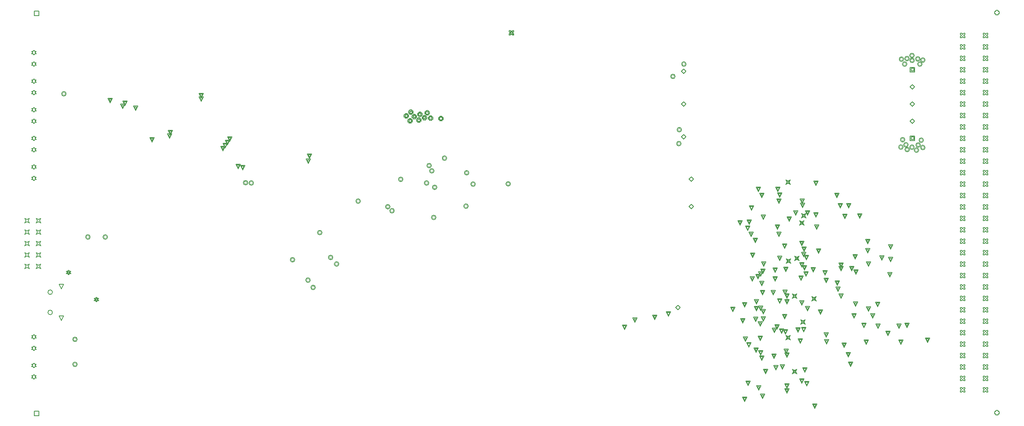
<source format=gbr>
G04 Layer_Color=2752767*
%FSLAX45Y45*%
%MOMM*%
%TF.FileFunction,Drawing*%
%TF.Part,Single*%
G01*
G75*
%TA.AperFunction,NonConductor*%
%ADD55C,0.12700*%
%ADD56C,0.10160*%
%ADD114C,0.16933*%
D55*
X10464800Y15740379D02*
Y15841980D01*
X10566400D01*
Y15740379D01*
X10464800D01*
Y24630380D02*
Y24731979D01*
X10566400D01*
Y24630380D01*
X10464800D01*
X11064280Y17856219D02*
X11013480Y17957820D01*
X11115080D01*
X11064280Y17856219D01*
Y18557220D02*
X11013480Y18658820D01*
X11115080D01*
X11064280Y18557220D01*
X10454640Y21595081D02*
X10480040Y21620480D01*
X10505440D01*
X10480040Y21645880D01*
X10505440Y21671280D01*
X10480040D01*
X10454640Y21696680D01*
X10429240Y21671280D01*
X10403840D01*
X10429240Y21645880D01*
X10403840Y21620480D01*
X10429240D01*
X10454640Y21595081D01*
Y21849080D02*
X10480040Y21874480D01*
X10505440D01*
X10480040Y21899879D01*
X10505440Y21925281D01*
X10480040D01*
X10454640Y21950681D01*
X10429240Y21925281D01*
X10403840D01*
X10429240Y21899879D01*
X10403840Y21874480D01*
X10429240D01*
X10454640Y21849080D01*
Y23500079D02*
X10480040Y23525481D01*
X10505440D01*
X10480040Y23550880D01*
X10505440Y23576280D01*
X10480040D01*
X10454640Y23601680D01*
X10429240Y23576280D01*
X10403840D01*
X10429240Y23550880D01*
X10403840Y23525481D01*
X10429240D01*
X10454640Y23500079D01*
Y23754080D02*
X10480040Y23779480D01*
X10505440D01*
X10480040Y23804880D01*
X10505440Y23830280D01*
X10480040D01*
X10454640Y23855679D01*
X10429240Y23830280D01*
X10403840D01*
X10429240Y23804880D01*
X10403840Y23779480D01*
X10429240D01*
X10454640Y23754080D01*
Y17188181D02*
X10480040Y17213580D01*
X10505440D01*
X10480040Y17238980D01*
X10505440Y17264380D01*
X10480040D01*
X10454640Y17289780D01*
X10429240Y17264380D01*
X10403840D01*
X10429240Y17238980D01*
X10403840Y17213580D01*
X10429240D01*
X10454640Y17188181D01*
Y17442180D02*
X10480040Y17467580D01*
X10505440D01*
X10480040Y17492979D01*
X10505440Y17518381D01*
X10480040D01*
X10454640Y17543781D01*
X10429240Y17518381D01*
X10403840D01*
X10429240Y17492979D01*
X10403840Y17467580D01*
X10429240D01*
X10454640Y17442180D01*
Y16553180D02*
X10480040Y16578580D01*
X10505440D01*
X10480040Y16603979D01*
X10505440Y16629379D01*
X10480040D01*
X10454640Y16654781D01*
X10429240Y16629379D01*
X10403840D01*
X10429240Y16603979D01*
X10403840Y16578580D01*
X10429240D01*
X10454640Y16553180D01*
Y16807179D02*
X10480040Y16832581D01*
X10505440D01*
X10480040Y16857980D01*
X10505440Y16883380D01*
X10480040D01*
X10454640Y16908780D01*
X10429240Y16883380D01*
X10403840D01*
X10429240Y16857980D01*
X10403840Y16832581D01*
X10429240D01*
X10454640Y16807179D01*
Y21214079D02*
X10480040Y21239481D01*
X10505440D01*
X10480040Y21264880D01*
X10505440Y21290280D01*
X10480040D01*
X10454640Y21315680D01*
X10429240Y21290280D01*
X10403840D01*
X10429240Y21264880D01*
X10403840Y21239481D01*
X10429240D01*
X10454640Y21214079D01*
Y20960080D02*
X10480040Y20985480D01*
X10505440D01*
X10480040Y21010880D01*
X10505440Y21036279D01*
X10480040D01*
X10454640Y21061681D01*
X10429240Y21036279D01*
X10403840D01*
X10429240Y21010880D01*
X10403840Y20985480D01*
X10429240D01*
X10454640Y20960080D01*
Y23119080D02*
X10480040Y23144479D01*
X10505440D01*
X10480040Y23169881D01*
X10505440Y23195280D01*
X10480040D01*
X10454640Y23220680D01*
X10429240Y23195280D01*
X10403840D01*
X10429240Y23169881D01*
X10403840Y23144479D01*
X10429240D01*
X10454640Y23119080D01*
Y22865080D02*
X10480040Y22890480D01*
X10505440D01*
X10480040Y22915880D01*
X10505440Y22941280D01*
X10480040D01*
X10454640Y22966679D01*
X10429240Y22941280D01*
X10403840D01*
X10429240Y22915880D01*
X10403840Y22890480D01*
X10429240D01*
X10454640Y22865080D01*
X10248901Y20020280D02*
X10274301Y20071080D01*
X10248901Y20121880D01*
X10299701Y20096480D01*
X10350501Y20121880D01*
X10325101Y20071080D01*
X10350501Y20020280D01*
X10299701Y20045680D01*
X10248901Y20020280D01*
X10502901D02*
X10528301Y20071080D01*
X10502901Y20121880D01*
X10553701Y20096480D01*
X10604501Y20121880D01*
X10579101Y20071080D01*
X10604501Y20020280D01*
X10553701Y20045680D01*
X10502901Y20020280D01*
Y19766280D02*
X10528301Y19817081D01*
X10502901Y19867880D01*
X10553701Y19842480D01*
X10604501Y19867880D01*
X10579101Y19817081D01*
X10604501Y19766280D01*
X10553701Y19791679D01*
X10502901Y19766280D01*
X10248901D02*
X10274301Y19817081D01*
X10248901Y19867880D01*
X10299701Y19842480D01*
X10350501Y19867880D01*
X10325101Y19817081D01*
X10350501Y19766280D01*
X10299701Y19791679D01*
X10248901Y19766280D01*
Y19512280D02*
X10274301Y19563080D01*
X10248901Y19613879D01*
X10299701Y19588480D01*
X10350501Y19613879D01*
X10325101Y19563080D01*
X10350501Y19512280D01*
X10299701Y19537680D01*
X10248901Y19512280D01*
X10502901D02*
X10528301Y19563080D01*
X10502901Y19613879D01*
X10553701Y19588480D01*
X10604501Y19613879D01*
X10579101Y19563080D01*
X10604501Y19512280D01*
X10553701Y19537680D01*
X10502901Y19512280D01*
X10248901Y19258279D02*
X10274301Y19309081D01*
X10248901Y19359880D01*
X10299701Y19334480D01*
X10350501Y19359880D01*
X10325101Y19309081D01*
X10350501Y19258279D01*
X10299701Y19283681D01*
X10248901Y19258279D01*
X10502901D02*
X10528301Y19309081D01*
X10502901Y19359880D01*
X10553701Y19334480D01*
X10604501Y19359880D01*
X10579101Y19309081D01*
X10604501Y19258279D01*
X10553701Y19283681D01*
X10502901Y19258279D01*
X10248901Y19004280D02*
X10274301Y19055080D01*
X10248901Y19105881D01*
X10299701Y19080479D01*
X10350501Y19105881D01*
X10325101Y19055080D01*
X10350501Y19004280D01*
X10299701Y19029680D01*
X10248901Y19004280D01*
X10502901D02*
X10528301Y19055080D01*
X10502901Y19105881D01*
X10553701Y19080479D01*
X10604501Y19105881D01*
X10579101Y19055080D01*
X10604501Y19004280D01*
X10553701Y19029680D01*
X10502901Y19004280D01*
X10454640Y22230080D02*
X10480040Y22255479D01*
X10505440D01*
X10480040Y22280881D01*
X10505440Y22306281D01*
X10480040D01*
X10454640Y22331680D01*
X10429240Y22306281D01*
X10403840D01*
X10429240Y22280881D01*
X10403840Y22255479D01*
X10429240D01*
X10454640Y22230080D01*
Y22484081D02*
X10480040Y22509480D01*
X10505440D01*
X10480040Y22534880D01*
X10505440Y22560280D01*
X10480040D01*
X10454640Y22585680D01*
X10429240Y22560280D01*
X10403840D01*
X10429240Y22534880D01*
X10403840Y22509480D01*
X10429240D01*
X10454640Y22484081D01*
X31826199Y15778481D02*
Y15753081D01*
X31876999D01*
Y15778481D01*
X31902399D01*
Y15829280D01*
X31876999D01*
Y15854680D01*
X31826199D01*
Y15829280D01*
X31800800D01*
Y15778481D01*
X31826199D01*
Y24668480D02*
Y24643080D01*
X31876999D01*
Y24668480D01*
X31902399D01*
Y24719279D01*
X31876999D01*
Y24744679D01*
X31826199D01*
Y24719279D01*
X31800800D01*
Y24668480D01*
X31826199D01*
X31038800Y16261079D02*
X31064200D01*
X31089600Y16286481D01*
X31114999Y16261079D01*
X31140399D01*
Y16286481D01*
X31114999Y16311880D01*
X31140399Y16337280D01*
Y16362680D01*
X31114999D01*
X31089600Y16337280D01*
X31064200Y16362680D01*
X31038800D01*
Y16337280D01*
X31064200Y16311880D01*
X31038800Y16286481D01*
Y16261079D01*
Y16515080D02*
X31064200D01*
X31089600Y16540480D01*
X31114999Y16515080D01*
X31140399D01*
Y16540480D01*
X31114999Y16565880D01*
X31140399Y16591280D01*
Y16616679D01*
X31114999D01*
X31089600Y16591280D01*
X31064200Y16616679D01*
X31038800D01*
Y16591280D01*
X31064200Y16565880D01*
X31038800Y16540480D01*
Y16515080D01*
Y16769080D02*
X31064200D01*
X31089600Y16794479D01*
X31114999Y16769080D01*
X31140399D01*
Y16794479D01*
X31114999Y16819881D01*
X31140399Y16845280D01*
Y16870680D01*
X31114999D01*
X31089600Y16845280D01*
X31064200Y16870680D01*
X31038800D01*
Y16845280D01*
X31064200Y16819881D01*
X31038800Y16794479D01*
Y16769080D01*
Y17023080D02*
X31064200D01*
X31089600Y17048480D01*
X31114999Y17023080D01*
X31140399D01*
Y17048480D01*
X31114999Y17073880D01*
X31140399Y17099280D01*
Y17124680D01*
X31114999D01*
X31089600Y17099280D01*
X31064200Y17124680D01*
X31038800D01*
Y17099280D01*
X31064200Y17073880D01*
X31038800Y17048480D01*
Y17023080D01*
Y17277080D02*
X31064200D01*
X31089600Y17302480D01*
X31114999Y17277080D01*
X31140399D01*
Y17302480D01*
X31114999Y17327879D01*
X31140399Y17353281D01*
Y17378680D01*
X31114999D01*
X31089600Y17353281D01*
X31064200Y17378680D01*
X31038800D01*
Y17353281D01*
X31064200Y17327879D01*
X31038800Y17302480D01*
Y17277080D01*
Y17531081D02*
X31064200D01*
X31089600Y17556480D01*
X31114999Y17531081D01*
X31140399D01*
Y17556480D01*
X31114999Y17581880D01*
X31140399Y17607280D01*
Y17632680D01*
X31114999D01*
X31089600Y17607280D01*
X31064200Y17632680D01*
X31038800D01*
Y17607280D01*
X31064200Y17581880D01*
X31038800Y17556480D01*
Y17531081D01*
Y17785080D02*
X31064200D01*
X31089600Y17810480D01*
X31114999Y17785080D01*
X31140399D01*
Y17810480D01*
X31114999Y17835880D01*
X31140399Y17861279D01*
Y17886681D01*
X31114999D01*
X31089600Y17861279D01*
X31064200Y17886681D01*
X31038800D01*
Y17861279D01*
X31064200Y17835880D01*
X31038800Y17810480D01*
Y17785080D01*
Y18039079D02*
X31064200D01*
X31089600Y18064481D01*
X31114999Y18039079D01*
X31140399D01*
Y18064481D01*
X31114999Y18089880D01*
X31140399Y18115280D01*
Y18140680D01*
X31114999D01*
X31089600Y18115280D01*
X31064200Y18140680D01*
X31038800D01*
Y18115280D01*
X31064200Y18089880D01*
X31038800Y18064481D01*
Y18039079D01*
Y18293080D02*
X31064200D01*
X31089600Y18318480D01*
X31114999Y18293080D01*
X31140399D01*
Y18318480D01*
X31114999Y18343880D01*
X31140399Y18369279D01*
Y18394679D01*
X31114999D01*
X31089600Y18369279D01*
X31064200Y18394679D01*
X31038800D01*
Y18369279D01*
X31064200Y18343880D01*
X31038800Y18318480D01*
Y18293080D01*
Y18547079D02*
X31064200D01*
X31089600Y18572479D01*
X31114999Y18547079D01*
X31140399D01*
Y18572479D01*
X31114999Y18597881D01*
X31140399Y18623280D01*
Y18648680D01*
X31114999D01*
X31089600Y18623280D01*
X31064200Y18648680D01*
X31038800D01*
Y18623280D01*
X31064200Y18597881D01*
X31038800Y18572479D01*
Y18547079D01*
Y18801080D02*
X31064200D01*
X31089600Y18826480D01*
X31114999Y18801080D01*
X31140399D01*
Y18826480D01*
X31114999Y18851880D01*
X31140399Y18877280D01*
Y18902679D01*
X31114999D01*
X31089600Y18877280D01*
X31064200Y18902679D01*
X31038800D01*
Y18877280D01*
X31064200Y18851880D01*
X31038800Y18826480D01*
Y18801080D01*
Y19055080D02*
X31064200D01*
X31089600Y19080479D01*
X31114999Y19055080D01*
X31140399D01*
Y19080479D01*
X31114999Y19105881D01*
X31140399Y19131281D01*
Y19156680D01*
X31114999D01*
X31089600Y19131281D01*
X31064200Y19156680D01*
X31038800D01*
Y19131281D01*
X31064200Y19105881D01*
X31038800Y19080479D01*
Y19055080D01*
Y19309081D02*
X31064200D01*
X31089600Y19334480D01*
X31114999Y19309081D01*
X31140399D01*
Y19334480D01*
X31114999Y19359880D01*
X31140399Y19385280D01*
Y19410680D01*
X31114999D01*
X31089600Y19385280D01*
X31064200Y19410680D01*
X31038800D01*
Y19385280D01*
X31064200Y19359880D01*
X31038800Y19334480D01*
Y19309081D01*
Y19563080D02*
X31064200D01*
X31089600Y19588480D01*
X31114999Y19563080D01*
X31140399D01*
Y19588480D01*
X31114999Y19613879D01*
X31140399Y19639281D01*
Y19664680D01*
X31114999D01*
X31089600Y19639281D01*
X31064200Y19664680D01*
X31038800D01*
Y19639281D01*
X31064200Y19613879D01*
X31038800Y19588480D01*
Y19563080D01*
Y19817081D02*
X31064200D01*
X31089600Y19842480D01*
X31114999Y19817081D01*
X31140399D01*
Y19842480D01*
X31114999Y19867880D01*
X31140399Y19893280D01*
Y19918680D01*
X31114999D01*
X31089600Y19893280D01*
X31064200Y19918680D01*
X31038800D01*
Y19893280D01*
X31064200Y19867880D01*
X31038800Y19842480D01*
Y19817081D01*
Y20071080D02*
X31064200D01*
X31089600Y20096480D01*
X31114999Y20071080D01*
X31140399D01*
Y20096480D01*
X31114999Y20121880D01*
X31140399Y20147279D01*
Y20172681D01*
X31114999D01*
X31089600Y20147279D01*
X31064200Y20172681D01*
X31038800D01*
Y20147279D01*
X31064200Y20121880D01*
X31038800Y20096480D01*
Y20071080D01*
Y20325079D02*
X31064200D01*
X31089600Y20350481D01*
X31114999Y20325079D01*
X31140399D01*
Y20350481D01*
X31114999Y20375880D01*
X31140399Y20401280D01*
Y20426680D01*
X31114999D01*
X31089600Y20401280D01*
X31064200Y20426680D01*
X31038800D01*
Y20401280D01*
X31064200Y20375880D01*
X31038800Y20350481D01*
Y20325079D01*
Y20579080D02*
X31064200D01*
X31089600Y20604480D01*
X31114999Y20579080D01*
X31140399D01*
Y20604480D01*
X31114999Y20629880D01*
X31140399Y20655280D01*
Y20680679D01*
X31114999D01*
X31089600Y20655280D01*
X31064200Y20680679D01*
X31038800D01*
Y20655280D01*
X31064200Y20629880D01*
X31038800Y20604480D01*
Y20579080D01*
Y20833080D02*
X31064200D01*
X31089600Y20858479D01*
X31114999Y20833080D01*
X31140399D01*
Y20858479D01*
X31114999Y20883881D01*
X31140399Y20909280D01*
Y20934680D01*
X31114999D01*
X31089600Y20909280D01*
X31064200Y20934680D01*
X31038800D01*
Y20909280D01*
X31064200Y20883881D01*
X31038800Y20858479D01*
Y20833080D01*
Y21087080D02*
X31064200D01*
X31089600Y21112480D01*
X31114999Y21087080D01*
X31140399D01*
Y21112480D01*
X31114999Y21137880D01*
X31140399Y21163280D01*
Y21188680D01*
X31114999D01*
X31089600Y21163280D01*
X31064200Y21188680D01*
X31038800D01*
Y21163280D01*
X31064200Y21137880D01*
X31038800Y21112480D01*
Y21087080D01*
Y21341080D02*
X31064200D01*
X31089600Y21366479D01*
X31114999Y21341080D01*
X31140399D01*
Y21366479D01*
X31114999Y21391879D01*
X31140399Y21417281D01*
Y21442680D01*
X31114999D01*
X31089600Y21417281D01*
X31064200Y21442680D01*
X31038800D01*
Y21417281D01*
X31064200Y21391879D01*
X31038800Y21366479D01*
Y21341080D01*
Y21595081D02*
X31064200D01*
X31089600Y21620480D01*
X31114999Y21595081D01*
X31140399D01*
Y21620480D01*
X31114999Y21645880D01*
X31140399Y21671280D01*
Y21696680D01*
X31114999D01*
X31089600Y21671280D01*
X31064200Y21696680D01*
X31038800D01*
Y21671280D01*
X31064200Y21645880D01*
X31038800Y21620480D01*
Y21595081D01*
Y21849080D02*
X31064200D01*
X31089600Y21874480D01*
X31114999Y21849080D01*
X31140399D01*
Y21874480D01*
X31114999Y21899879D01*
X31140399Y21925281D01*
Y21950681D01*
X31114999D01*
X31089600Y21925281D01*
X31064200Y21950681D01*
X31038800D01*
Y21925281D01*
X31064200Y21899879D01*
X31038800Y21874480D01*
Y21849080D01*
Y22103081D02*
X31064200D01*
X31089600Y22128481D01*
X31114999Y22103081D01*
X31140399D01*
Y22128481D01*
X31114999Y22153880D01*
X31140399Y22179280D01*
Y22204680D01*
X31114999D01*
X31089600Y22179280D01*
X31064200Y22204680D01*
X31038800D01*
Y22179280D01*
X31064200Y22153880D01*
X31038800Y22128481D01*
Y22103081D01*
Y22357080D02*
X31064200D01*
X31089600Y22382480D01*
X31114999Y22357080D01*
X31140399D01*
Y22382480D01*
X31114999Y22407880D01*
X31140399Y22433279D01*
Y22458681D01*
X31114999D01*
X31089600Y22433279D01*
X31064200Y22458681D01*
X31038800D01*
Y22433279D01*
X31064200Y22407880D01*
X31038800Y22382480D01*
Y22357080D01*
Y22611079D02*
X31064200D01*
X31089600Y22636481D01*
X31114999Y22611079D01*
X31140399D01*
Y22636481D01*
X31114999Y22661880D01*
X31140399Y22687280D01*
Y22712680D01*
X31114999D01*
X31089600Y22687280D01*
X31064200Y22712680D01*
X31038800D01*
Y22687280D01*
X31064200Y22661880D01*
X31038800Y22636481D01*
Y22611079D01*
Y22865080D02*
X31064200D01*
X31089600Y22890480D01*
X31114999Y22865080D01*
X31140399D01*
Y22890480D01*
X31114999Y22915880D01*
X31140399Y22941280D01*
Y22966679D01*
X31114999D01*
X31089600Y22941280D01*
X31064200Y22966679D01*
X31038800D01*
Y22941280D01*
X31064200Y22915880D01*
X31038800Y22890480D01*
Y22865080D01*
Y23119080D02*
X31064200D01*
X31089600Y23144479D01*
X31114999Y23119080D01*
X31140399D01*
Y23144479D01*
X31114999Y23169881D01*
X31140399Y23195280D01*
Y23220680D01*
X31114999D01*
X31089600Y23195280D01*
X31064200Y23220680D01*
X31038800D01*
Y23195280D01*
X31064200Y23169881D01*
X31038800Y23144479D01*
Y23119080D01*
Y23373080D02*
X31064200D01*
X31089600Y23398480D01*
X31114999Y23373080D01*
X31140399D01*
Y23398480D01*
X31114999Y23423880D01*
X31140399Y23449280D01*
Y23474680D01*
X31114999D01*
X31089600Y23449280D01*
X31064200Y23474680D01*
X31038800D01*
Y23449280D01*
X31064200Y23423880D01*
X31038800Y23398480D01*
Y23373080D01*
Y23627080D02*
X31064200D01*
X31089600Y23652480D01*
X31114999Y23627080D01*
X31140399D01*
Y23652480D01*
X31114999Y23677879D01*
X31140399Y23703281D01*
Y23728680D01*
X31114999D01*
X31089600Y23703281D01*
X31064200Y23728680D01*
X31038800D01*
Y23703281D01*
X31064200Y23677879D01*
X31038800Y23652480D01*
Y23627080D01*
Y23881081D02*
X31064200D01*
X31089600Y23906480D01*
X31114999Y23881081D01*
X31140399D01*
Y23906480D01*
X31114999Y23931880D01*
X31140399Y23957280D01*
Y23982680D01*
X31114999D01*
X31089600Y23957280D01*
X31064200Y23982680D01*
X31038800D01*
Y23957280D01*
X31064200Y23931880D01*
X31038800Y23906480D01*
Y23881081D01*
Y24135080D02*
X31064200D01*
X31089600Y24160480D01*
X31114999Y24135080D01*
X31140399D01*
Y24160480D01*
X31114999Y24185880D01*
X31140399Y24211279D01*
Y24236681D01*
X31114999D01*
X31089600Y24211279D01*
X31064200Y24236681D01*
X31038800D01*
Y24211279D01*
X31064200Y24185880D01*
X31038800Y24160480D01*
Y24135080D01*
X31546799Y16261079D02*
X31572198D01*
X31597601Y16286481D01*
X31623001Y16261079D01*
X31648401D01*
Y16286481D01*
X31623001Y16311880D01*
X31648401Y16337280D01*
Y16362680D01*
X31623001D01*
X31597601Y16337280D01*
X31572198Y16362680D01*
X31546799D01*
Y16337280D01*
X31572198Y16311880D01*
X31546799Y16286481D01*
Y16261079D01*
Y16515080D02*
X31572198D01*
X31597601Y16540480D01*
X31623001Y16515080D01*
X31648401D01*
Y16540480D01*
X31623001Y16565880D01*
X31648401Y16591280D01*
Y16616679D01*
X31623001D01*
X31597601Y16591280D01*
X31572198Y16616679D01*
X31546799D01*
Y16591280D01*
X31572198Y16565880D01*
X31546799Y16540480D01*
Y16515080D01*
Y16769080D02*
X31572198D01*
X31597601Y16794479D01*
X31623001Y16769080D01*
X31648401D01*
Y16794479D01*
X31623001Y16819881D01*
X31648401Y16845280D01*
Y16870680D01*
X31623001D01*
X31597601Y16845280D01*
X31572198Y16870680D01*
X31546799D01*
Y16845280D01*
X31572198Y16819881D01*
X31546799Y16794479D01*
Y16769080D01*
Y17023080D02*
X31572198D01*
X31597601Y17048480D01*
X31623001Y17023080D01*
X31648401D01*
Y17048480D01*
X31623001Y17073880D01*
X31648401Y17099280D01*
Y17124680D01*
X31623001D01*
X31597601Y17099280D01*
X31572198Y17124680D01*
X31546799D01*
Y17099280D01*
X31572198Y17073880D01*
X31546799Y17048480D01*
Y17023080D01*
Y17277080D02*
X31572198D01*
X31597601Y17302480D01*
X31623001Y17277080D01*
X31648401D01*
Y17302480D01*
X31623001Y17327879D01*
X31648401Y17353281D01*
Y17378680D01*
X31623001D01*
X31597601Y17353281D01*
X31572198Y17378680D01*
X31546799D01*
Y17353281D01*
X31572198Y17327879D01*
X31546799Y17302480D01*
Y17277080D01*
Y17531081D02*
X31572198D01*
X31597601Y17556480D01*
X31623001Y17531081D01*
X31648401D01*
Y17556480D01*
X31623001Y17581880D01*
X31648401Y17607280D01*
Y17632680D01*
X31623001D01*
X31597601Y17607280D01*
X31572198Y17632680D01*
X31546799D01*
Y17607280D01*
X31572198Y17581880D01*
X31546799Y17556480D01*
Y17531081D01*
Y17785080D02*
X31572198D01*
X31597601Y17810480D01*
X31623001Y17785080D01*
X31648401D01*
Y17810480D01*
X31623001Y17835880D01*
X31648401Y17861279D01*
Y17886681D01*
X31623001D01*
X31597601Y17861279D01*
X31572198Y17886681D01*
X31546799D01*
Y17861279D01*
X31572198Y17835880D01*
X31546799Y17810480D01*
Y17785080D01*
Y18039079D02*
X31572198D01*
X31597601Y18064481D01*
X31623001Y18039079D01*
X31648401D01*
Y18064481D01*
X31623001Y18089880D01*
X31648401Y18115280D01*
Y18140680D01*
X31623001D01*
X31597601Y18115280D01*
X31572198Y18140680D01*
X31546799D01*
Y18115280D01*
X31572198Y18089880D01*
X31546799Y18064481D01*
Y18039079D01*
Y18293080D02*
X31572198D01*
X31597601Y18318480D01*
X31623001Y18293080D01*
X31648401D01*
Y18318480D01*
X31623001Y18343880D01*
X31648401Y18369279D01*
Y18394679D01*
X31623001D01*
X31597601Y18369279D01*
X31572198Y18394679D01*
X31546799D01*
Y18369279D01*
X31572198Y18343880D01*
X31546799Y18318480D01*
Y18293080D01*
Y18547079D02*
X31572198D01*
X31597601Y18572479D01*
X31623001Y18547079D01*
X31648401D01*
Y18572479D01*
X31623001Y18597881D01*
X31648401Y18623280D01*
Y18648680D01*
X31623001D01*
X31597601Y18623280D01*
X31572198Y18648680D01*
X31546799D01*
Y18623280D01*
X31572198Y18597881D01*
X31546799Y18572479D01*
Y18547079D01*
Y18801080D02*
X31572198D01*
X31597601Y18826480D01*
X31623001Y18801080D01*
X31648401D01*
Y18826480D01*
X31623001Y18851880D01*
X31648401Y18877280D01*
Y18902679D01*
X31623001D01*
X31597601Y18877280D01*
X31572198Y18902679D01*
X31546799D01*
Y18877280D01*
X31572198Y18851880D01*
X31546799Y18826480D01*
Y18801080D01*
Y19055080D02*
X31572198D01*
X31597601Y19080479D01*
X31623001Y19055080D01*
X31648401D01*
Y19080479D01*
X31623001Y19105881D01*
X31648401Y19131281D01*
Y19156680D01*
X31623001D01*
X31597601Y19131281D01*
X31572198Y19156680D01*
X31546799D01*
Y19131281D01*
X31572198Y19105881D01*
X31546799Y19080479D01*
Y19055080D01*
Y19309081D02*
X31572198D01*
X31597601Y19334480D01*
X31623001Y19309081D01*
X31648401D01*
Y19334480D01*
X31623001Y19359880D01*
X31648401Y19385280D01*
Y19410680D01*
X31623001D01*
X31597601Y19385280D01*
X31572198Y19410680D01*
X31546799D01*
Y19385280D01*
X31572198Y19359880D01*
X31546799Y19334480D01*
Y19309081D01*
Y19563080D02*
X31572198D01*
X31597601Y19588480D01*
X31623001Y19563080D01*
X31648401D01*
Y19588480D01*
X31623001Y19613879D01*
X31648401Y19639281D01*
Y19664680D01*
X31623001D01*
X31597601Y19639281D01*
X31572198Y19664680D01*
X31546799D01*
Y19639281D01*
X31572198Y19613879D01*
X31546799Y19588480D01*
Y19563080D01*
Y19817081D02*
X31572198D01*
X31597601Y19842480D01*
X31623001Y19817081D01*
X31648401D01*
Y19842480D01*
X31623001Y19867880D01*
X31648401Y19893280D01*
Y19918680D01*
X31623001D01*
X31597601Y19893280D01*
X31572198Y19918680D01*
X31546799D01*
Y19893280D01*
X31572198Y19867880D01*
X31546799Y19842480D01*
Y19817081D01*
Y20071080D02*
X31572198D01*
X31597601Y20096480D01*
X31623001Y20071080D01*
X31648401D01*
Y20096480D01*
X31623001Y20121880D01*
X31648401Y20147279D01*
Y20172681D01*
X31623001D01*
X31597601Y20147279D01*
X31572198Y20172681D01*
X31546799D01*
Y20147279D01*
X31572198Y20121880D01*
X31546799Y20096480D01*
Y20071080D01*
Y20325079D02*
X31572198D01*
X31597601Y20350481D01*
X31623001Y20325079D01*
X31648401D01*
Y20350481D01*
X31623001Y20375880D01*
X31648401Y20401280D01*
Y20426680D01*
X31623001D01*
X31597601Y20401280D01*
X31572198Y20426680D01*
X31546799D01*
Y20401280D01*
X31572198Y20375880D01*
X31546799Y20350481D01*
Y20325079D01*
Y20579080D02*
X31572198D01*
X31597601Y20604480D01*
X31623001Y20579080D01*
X31648401D01*
Y20604480D01*
X31623001Y20629880D01*
X31648401Y20655280D01*
Y20680679D01*
X31623001D01*
X31597601Y20655280D01*
X31572198Y20680679D01*
X31546799D01*
Y20655280D01*
X31572198Y20629880D01*
X31546799Y20604480D01*
Y20579080D01*
Y20833080D02*
X31572198D01*
X31597601Y20858479D01*
X31623001Y20833080D01*
X31648401D01*
Y20858479D01*
X31623001Y20883881D01*
X31648401Y20909280D01*
Y20934680D01*
X31623001D01*
X31597601Y20909280D01*
X31572198Y20934680D01*
X31546799D01*
Y20909280D01*
X31572198Y20883881D01*
X31546799Y20858479D01*
Y20833080D01*
Y21087080D02*
X31572198D01*
X31597601Y21112480D01*
X31623001Y21087080D01*
X31648401D01*
Y21112480D01*
X31623001Y21137880D01*
X31648401Y21163280D01*
Y21188680D01*
X31623001D01*
X31597601Y21163280D01*
X31572198Y21188680D01*
X31546799D01*
Y21163280D01*
X31572198Y21137880D01*
X31546799Y21112480D01*
Y21087080D01*
Y21341080D02*
X31572198D01*
X31597601Y21366479D01*
X31623001Y21341080D01*
X31648401D01*
Y21366479D01*
X31623001Y21391879D01*
X31648401Y21417281D01*
Y21442680D01*
X31623001D01*
X31597601Y21417281D01*
X31572198Y21442680D01*
X31546799D01*
Y21417281D01*
X31572198Y21391879D01*
X31546799Y21366479D01*
Y21341080D01*
Y21595081D02*
X31572198D01*
X31597601Y21620480D01*
X31623001Y21595081D01*
X31648401D01*
Y21620480D01*
X31623001Y21645880D01*
X31648401Y21671280D01*
Y21696680D01*
X31623001D01*
X31597601Y21671280D01*
X31572198Y21696680D01*
X31546799D01*
Y21671280D01*
X31572198Y21645880D01*
X31546799Y21620480D01*
Y21595081D01*
Y21849080D02*
X31572198D01*
X31597601Y21874480D01*
X31623001Y21849080D01*
X31648401D01*
Y21874480D01*
X31623001Y21899879D01*
X31648401Y21925281D01*
Y21950681D01*
X31623001D01*
X31597601Y21925281D01*
X31572198Y21950681D01*
X31546799D01*
Y21925281D01*
X31572198Y21899879D01*
X31546799Y21874480D01*
Y21849080D01*
Y22103081D02*
X31572198D01*
X31597601Y22128481D01*
X31623001Y22103081D01*
X31648401D01*
Y22128481D01*
X31623001Y22153880D01*
X31648401Y22179280D01*
Y22204680D01*
X31623001D01*
X31597601Y22179280D01*
X31572198Y22204680D01*
X31546799D01*
Y22179280D01*
X31572198Y22153880D01*
X31546799Y22128481D01*
Y22103081D01*
Y22357080D02*
X31572198D01*
X31597601Y22382480D01*
X31623001Y22357080D01*
X31648401D01*
Y22382480D01*
X31623001Y22407880D01*
X31648401Y22433279D01*
Y22458681D01*
X31623001D01*
X31597601Y22433279D01*
X31572198Y22458681D01*
X31546799D01*
Y22433279D01*
X31572198Y22407880D01*
X31546799Y22382480D01*
Y22357080D01*
Y22611079D02*
X31572198D01*
X31597601Y22636481D01*
X31623001Y22611079D01*
X31648401D01*
Y22636481D01*
X31623001Y22661880D01*
X31648401Y22687280D01*
Y22712680D01*
X31623001D01*
X31597601Y22687280D01*
X31572198Y22712680D01*
X31546799D01*
Y22687280D01*
X31572198Y22661880D01*
X31546799Y22636481D01*
Y22611079D01*
Y22865080D02*
X31572198D01*
X31597601Y22890480D01*
X31623001Y22865080D01*
X31648401D01*
Y22890480D01*
X31623001Y22915880D01*
X31648401Y22941280D01*
Y22966679D01*
X31623001D01*
X31597601Y22941280D01*
X31572198Y22966679D01*
X31546799D01*
Y22941280D01*
X31572198Y22915880D01*
X31546799Y22890480D01*
Y22865080D01*
Y23119080D02*
X31572198D01*
X31597601Y23144479D01*
X31623001Y23119080D01*
X31648401D01*
Y23144479D01*
X31623001Y23169881D01*
X31648401Y23195280D01*
Y23220680D01*
X31623001D01*
X31597601Y23195280D01*
X31572198Y23220680D01*
X31546799D01*
Y23195280D01*
X31572198Y23169881D01*
X31546799Y23144479D01*
Y23119080D01*
Y23373080D02*
X31572198D01*
X31597601Y23398480D01*
X31623001Y23373080D01*
X31648401D01*
Y23398480D01*
X31623001Y23423880D01*
X31648401Y23449280D01*
Y23474680D01*
X31623001D01*
X31597601Y23449280D01*
X31572198Y23474680D01*
X31546799D01*
Y23449280D01*
X31572198Y23423880D01*
X31546799Y23398480D01*
Y23373080D01*
Y23627080D02*
X31572198D01*
X31597601Y23652480D01*
X31623001Y23627080D01*
X31648401D01*
Y23652480D01*
X31623001Y23677879D01*
X31648401Y23703281D01*
Y23728680D01*
X31623001D01*
X31597601Y23703281D01*
X31572198Y23728680D01*
X31546799D01*
Y23703281D01*
X31572198Y23677879D01*
X31546799Y23652480D01*
Y23627080D01*
Y23881081D02*
X31572198D01*
X31597601Y23906480D01*
X31623001Y23881081D01*
X31648401D01*
Y23906480D01*
X31623001Y23931880D01*
X31648401Y23957280D01*
Y23982680D01*
X31623001D01*
X31597601Y23957280D01*
X31572198Y23982680D01*
X31546799D01*
Y23957280D01*
X31572198Y23931880D01*
X31546799Y23906480D01*
Y23881081D01*
Y24135080D02*
X31572198D01*
X31597601Y24160480D01*
X31623001Y24135080D01*
X31648401D01*
Y24160480D01*
X31623001Y24185880D01*
X31648401Y24211279D01*
Y24236681D01*
X31623001D01*
X31597601Y24211279D01*
X31572198Y24236681D01*
X31546799D01*
Y24211279D01*
X31572198Y24185880D01*
X31546799Y24160480D01*
Y24135080D01*
X24841200Y21934419D02*
X24892000Y21985220D01*
X24942799Y21934419D01*
X24892000Y21883620D01*
X24841200Y21934419D01*
Y23394420D02*
X24892000Y23445219D01*
X24942799Y23394420D01*
X24892000Y23343620D01*
X24841200Y23394420D01*
Y22664420D02*
X24892000Y22715221D01*
X24942799Y22664420D01*
X24892000Y22613620D01*
X24841200Y22664420D01*
X29921201Y21853619D02*
Y21955220D01*
X30022800D01*
Y21853619D01*
X29921201D01*
X29941519Y21873940D02*
Y21934900D01*
X30002481D01*
Y21873940D01*
X29941519D01*
X29921201Y22285420D02*
X29972000Y22336220D01*
X30022800Y22285420D01*
X29972000Y22234621D01*
X29921201Y22285420D01*
Y22666420D02*
X29972000Y22717220D01*
X30022800Y22666420D01*
X29972000Y22615620D01*
X29921201Y22666420D01*
Y23047420D02*
X29972000Y23098219D01*
X30022800Y23047420D01*
X29972000Y22996620D01*
X29921201Y23047420D01*
Y23377620D02*
Y23479221D01*
X30022800D01*
Y23377620D01*
X29921201D01*
X29941519Y23397940D02*
Y23458900D01*
X30002481D01*
Y23397940D01*
X29941519D01*
X26205179Y17797780D02*
X26154379Y17899380D01*
X26255981D01*
X26205179Y17797780D01*
Y17818100D02*
X26174701Y17879060D01*
X26235660D01*
X26205179Y17818100D01*
X24709120Y18143221D02*
X24759920Y18194020D01*
X24810719Y18143221D01*
X24759920Y18092419D01*
X24709120Y18143221D01*
X25979120Y18049240D02*
X25928320Y18150841D01*
X26029919D01*
X25979120Y18049240D01*
Y18069560D02*
X25948639Y18130521D01*
X26009601D01*
X25979120Y18069560D01*
X12151360Y22692360D02*
X12100560Y22793961D01*
X12202160D01*
X12151360Y22692360D01*
Y22712680D02*
X12120880Y22773640D01*
X12181840D01*
X12151360Y22712680D01*
X12428220Y22560280D02*
X12377420Y22661880D01*
X12479020D01*
X12428220Y22560280D01*
Y22580600D02*
X12397740Y22641560D01*
X12458700D01*
X12428220Y22580600D01*
X12481560Y22628860D02*
X12430760Y22730460D01*
X12532360D01*
X12481560Y22628860D01*
Y22649181D02*
X12451080Y22710139D01*
X12512040D01*
X12481560Y22649181D01*
X12712700Y22517101D02*
X12661900Y22618700D01*
X12763500D01*
X12712700Y22517101D01*
Y22537421D02*
X12682220Y22598380D01*
X12743180D01*
X12712700Y22537421D01*
X14805000Y21836380D02*
X14754201Y21937981D01*
X14855800D01*
X14805000Y21836380D01*
Y21856700D02*
X14774519Y21917661D01*
X14835480D01*
X14805000Y21856700D01*
X14755013Y21760181D02*
X14704211Y21861780D01*
X14805812D01*
X14755013Y21760181D01*
Y21780499D02*
X14724532Y21841460D01*
X14785492D01*
X14755013Y21780499D01*
X14705000Y21689059D02*
X14654201Y21790660D01*
X14755800D01*
X14705000Y21689059D01*
Y21709380D02*
X14674519Y21770340D01*
X14735480D01*
X14705000Y21709380D01*
X26344879Y19989799D02*
X26294080Y20091400D01*
X26395679D01*
X26344879Y19989799D01*
Y20010120D02*
X26314401Y20071080D01*
X26375360D01*
X26344879Y20010120D01*
X26139139Y19972020D02*
X26088339Y20073621D01*
X26189941D01*
X26139139Y19972020D01*
Y19992340D02*
X26108661Y20053300D01*
X26169620D01*
X26139139Y19992340D01*
X25011380Y20383501D02*
X25062180Y20434300D01*
X25112981Y20383501D01*
X25062180Y20332700D01*
X25011380Y20383501D01*
X26240741Y18153380D02*
X26189941Y18254980D01*
X26291541D01*
X26240741Y18153380D01*
Y18173700D02*
X26210260Y18234660D01*
X26271219D01*
X26240741Y18173700D01*
X16551947Y21341080D02*
X16501147Y21442680D01*
X16602747D01*
X16551947Y21341080D01*
Y21361400D02*
X16521468Y21422360D01*
X16582426D01*
X16551947Y21361400D01*
X11846580Y18265160D02*
X11871980Y18290559D01*
X11897380D01*
X11871980Y18315961D01*
X11897380Y18341360D01*
X11871980D01*
X11846580Y18366760D01*
X11821180Y18341360D01*
X11795780D01*
X11821180Y18315961D01*
X11795780Y18290559D01*
X11821180D01*
X11846580Y18265160D01*
Y18285480D02*
X11861820Y18300720D01*
X11877060D01*
X11861820Y18315961D01*
X11877060Y18331200D01*
X11861820D01*
X11846580Y18346440D01*
X11831340Y18331200D01*
X11816100D01*
X11831340Y18315961D01*
X11816100Y18300720D01*
X11831340D01*
X11846580Y18285480D01*
X29202380Y18158459D02*
X29151581Y18260060D01*
X29253180D01*
X29202380Y18158459D01*
Y18178780D02*
X29171899Y18239740D01*
X29232861D01*
X29202380Y18178780D01*
X29474161Y18816319D02*
X29423361Y18917920D01*
X29524960D01*
X29474161Y18816319D01*
Y18836639D02*
X29443680Y18897600D01*
X29504639D01*
X29474161Y18836639D01*
X28976321Y19349719D02*
X28925519Y19451320D01*
X29027121D01*
X28976321Y19349719D01*
Y19370039D02*
X28945840Y19431000D01*
X29006799D01*
X28976321Y19370039D01*
X27889200Y19347180D02*
X27838400Y19448779D01*
X27939999D01*
X27889200Y19347180D01*
Y19367500D02*
X27858719Y19428461D01*
X27919681D01*
X27889200Y19367500D01*
X28696921Y19220180D02*
X28646121Y19321780D01*
X28747720D01*
X28696921Y19220180D01*
Y19240500D02*
X28666440Y19301460D01*
X28727399D01*
X28696921Y19240500D01*
X27561539Y19390359D02*
X27510739Y19491960D01*
X27612341D01*
X27561539Y19390359D01*
Y19410680D02*
X27531061Y19471640D01*
X27592020D01*
X27561539Y19410680D01*
X27157681Y20876260D02*
X27183081Y20927060D01*
X27157681Y20977859D01*
X27208481Y20952460D01*
X27259280Y20977859D01*
X27233881Y20927060D01*
X27259280Y20876260D01*
X27208481Y20901660D01*
X27157681Y20876260D01*
X27178000Y20896581D02*
X27193240Y20927060D01*
X27178000Y20957539D01*
X27208481Y20942300D01*
X27238959Y20957539D01*
X27223721Y20927060D01*
X27238959Y20896581D01*
X27208481Y20911819D01*
X27178000Y20896581D01*
X25008839Y20993100D02*
X25059641Y21043900D01*
X25110440Y20993100D01*
X25059641Y20942300D01*
X25008839Y20993100D01*
X27459940Y19966940D02*
X27485339Y20017740D01*
X27459940Y20068539D01*
X27510739Y20043140D01*
X27561539Y20068539D01*
X27536139Y20017740D01*
X27561539Y19966940D01*
X27510739Y19992340D01*
X27459940Y19966940D01*
X27480261Y19987260D02*
X27495499Y20017740D01*
X27480261Y20048219D01*
X27510739Y20032980D01*
X27541220Y20048219D01*
X27525980Y20017740D01*
X27541220Y19987260D01*
X27510739Y20002499D01*
X27480261Y19987260D01*
X27508200Y20129500D02*
X27533600Y20180299D01*
X27508200Y20231100D01*
X27559000Y20205701D01*
X27609799Y20231100D01*
X27584399Y20180299D01*
X27609799Y20129500D01*
X27559000Y20154900D01*
X27508200Y20129500D01*
X27528519Y20149820D02*
X27543759Y20180299D01*
X27528519Y20210780D01*
X27559000Y20195540D01*
X27589481Y20210780D01*
X27574240Y20180299D01*
X27589481Y20149820D01*
X27559000Y20165060D01*
X27528519Y20149820D01*
X27642819Y20192999D02*
X27592020Y20294600D01*
X27693619D01*
X27642819Y20192999D01*
Y20213319D02*
X27612341Y20274280D01*
X27673300D01*
X27642819Y20213319D01*
X28559760Y20353020D02*
X28508960Y20454620D01*
X28610559D01*
X28559760Y20353020D01*
Y20373340D02*
X28529279Y20434300D01*
X28590240D01*
X28559760Y20373340D01*
X27350720Y19187160D02*
X27376120Y19237959D01*
X27350720Y19288760D01*
X27401520Y19263361D01*
X27452319Y19288760D01*
X27426920Y19237959D01*
X27452319Y19187160D01*
X27401520Y19212560D01*
X27350720Y19187160D01*
X27371039Y19207480D02*
X27386279Y19237959D01*
X27371039Y19268440D01*
X27401520Y19253200D01*
X27432001Y19268440D01*
X27416760Y19237959D01*
X27432001Y19207480D01*
X27401520Y19222720D01*
X27371039Y19207480D01*
X27132281Y19453860D02*
X27081479Y19555460D01*
X27183081D01*
X27132281Y19453860D01*
Y19474181D02*
X27101801Y19535139D01*
X27162759D01*
X27132281Y19474181D01*
X27731720Y18285460D02*
X27757120Y18336259D01*
X27731720Y18387061D01*
X27782520Y18361659D01*
X27833319Y18387061D01*
X27807919Y18336259D01*
X27833319Y18285460D01*
X27782520Y18310860D01*
X27731720Y18285460D01*
X27752039Y18305780D02*
X27767279Y18336259D01*
X27752039Y18366740D01*
X27782520Y18351500D01*
X27813000Y18366740D01*
X27797760Y18336259D01*
X27813000Y18305780D01*
X27782520Y18321021D01*
X27752039Y18305780D01*
X27487881Y17769839D02*
X27513281Y17820641D01*
X27487881Y17871440D01*
X27538681Y17846040D01*
X27589481Y17871440D01*
X27564081Y17820641D01*
X27589481Y17769839D01*
X27538681Y17795239D01*
X27487881Y17769839D01*
X27508200Y17790160D02*
X27523441Y17820641D01*
X27508200Y17851120D01*
X27538681Y17835880D01*
X27569159Y17851120D01*
X27553922Y17820641D01*
X27569159Y17790160D01*
X27538681Y17805400D01*
X27508200Y17790160D01*
X27170380Y19123660D02*
X27195779Y19174460D01*
X27170380Y19225259D01*
X27221179Y19199860D01*
X27271979Y19225259D01*
X27246579Y19174460D01*
X27271979Y19123660D01*
X27221179Y19149060D01*
X27170380Y19123660D01*
X27190701Y19143980D02*
X27205939Y19174460D01*
X27190701Y19204939D01*
X27221179Y19189700D01*
X27251660Y19204939D01*
X27236420Y19174460D01*
X27251660Y19143980D01*
X27221179Y19159219D01*
X27190701Y19143980D01*
X27302460Y18343880D02*
X27327859Y18394679D01*
X27302460Y18445480D01*
X27353259Y18420081D01*
X27404059Y18445480D01*
X27378659Y18394679D01*
X27404059Y18343880D01*
X27353259Y18369279D01*
X27302460Y18343880D01*
X27322781Y18364200D02*
X27338019Y18394679D01*
X27322781Y18425160D01*
X27353259Y18409920D01*
X27383740Y18425160D01*
X27368500Y18394679D01*
X27383740Y18364200D01*
X27353259Y18379440D01*
X27322781Y18364200D01*
X27162759Y17421860D02*
X27188159Y17472659D01*
X27162759Y17523460D01*
X27213559Y17498061D01*
X27264359Y17523460D01*
X27238959Y17472659D01*
X27264359Y17421860D01*
X27213559Y17447260D01*
X27162759Y17421860D01*
X27183081Y17442180D02*
X27198318Y17472659D01*
X27183081Y17503140D01*
X27213559Y17487900D01*
X27244040Y17503140D01*
X27228799Y17472659D01*
X27244040Y17442180D01*
X27213559Y17457420D01*
X27183081Y17442180D01*
X27304999Y16664940D02*
X27330399Y16715739D01*
X27304999Y16766541D01*
X27355801Y16741141D01*
X27406601Y16766541D01*
X27381201Y16715739D01*
X27406601Y16664940D01*
X27355801Y16690340D01*
X27304999Y16664940D01*
X27325320Y16685260D02*
X27340561Y16715739D01*
X27325320Y16746220D01*
X27355801Y16730980D01*
X27386279Y16746220D01*
X27371039Y16715739D01*
X27386279Y16685260D01*
X27355801Y16700500D01*
X27325320Y16685260D01*
X26504901Y18067020D02*
X26454099Y18168620D01*
X26555701D01*
X26504901Y18067020D01*
Y18087340D02*
X26474420Y18148300D01*
X26535379D01*
X26504901Y18087340D01*
X26662381Y17995900D02*
X26611581Y18097501D01*
X26713181D01*
X26662381Y17995900D01*
Y18016220D02*
X26631900Y18077180D01*
X26692859D01*
X26662381Y18016220D01*
X26311859Y19852640D02*
X26261060Y19954240D01*
X26362659D01*
X26311859Y19852640D01*
Y19872960D02*
X26281381Y19933920D01*
X26342340D01*
X26311859Y19872960D01*
X26484579Y19583400D02*
X26433780Y19685001D01*
X26535379D01*
X26484579Y19583400D01*
Y19603720D02*
X26454099Y19664680D01*
X26515060D01*
X26484579Y19603720D01*
X26553159Y20716240D02*
X26502359Y20817841D01*
X26603961D01*
X26553159Y20716240D01*
Y20736560D02*
X26522681Y20797520D01*
X26583640D01*
X26553159Y20736560D01*
X26626819Y20584160D02*
X26576019Y20685760D01*
X26677621D01*
X26626819Y20584160D01*
Y20604480D02*
X26596341Y20665440D01*
X26657300D01*
X26626819Y20604480D01*
X26664920Y19052541D02*
X26614120Y19154140D01*
X26715720D01*
X26664920Y19052541D01*
Y19072861D02*
X26634439Y19133820D01*
X26695401D01*
X26664920Y19072861D01*
X29486859Y19154140D02*
X29436060Y19255740D01*
X29537659D01*
X29486859Y19154140D01*
Y19174460D02*
X29456381Y19235420D01*
X29517340D01*
X29486859Y19174460D01*
X28387039Y18343880D02*
X28336240Y18445480D01*
X28437839D01*
X28387039Y18343880D01*
Y18364200D02*
X28356561Y18425160D01*
X28417520D01*
X28387039Y18364200D01*
X27515820Y18191479D02*
X27465021Y18293080D01*
X27566620D01*
X27515820Y18191479D01*
Y18211800D02*
X27485339Y18272760D01*
X27546301D01*
X27515820Y18211800D01*
X26878281Y18420081D02*
X26827481Y18521680D01*
X26929080D01*
X26878281Y18420081D01*
Y18440401D02*
X26847800Y18501360D01*
X26908759D01*
X26878281Y18440401D01*
X26642059Y18425160D02*
X26591260Y18526759D01*
X26692859D01*
X26642059Y18425160D01*
Y18445480D02*
X26611581Y18506441D01*
X26672540D01*
X26642059Y18445480D01*
X28676599Y17904460D02*
X28625800Y18006059D01*
X28727399D01*
X28676599Y17904460D01*
Y17924780D02*
X28646121Y17985741D01*
X28707080D01*
X28676599Y17924780D01*
X28389581Y19034760D02*
X28338779Y19136360D01*
X28440381D01*
X28389581Y19034760D01*
Y19055080D02*
X28359100Y19116040D01*
X28420059D01*
X28389581Y19055080D01*
Y18956020D02*
X28338779Y19057620D01*
X28440381D01*
X28389581Y18956020D01*
Y18976340D02*
X28359100Y19037300D01*
X28420059D01*
X28389581Y18976340D01*
X28303220Y18635980D02*
X28252420Y18737579D01*
X28354019D01*
X28303220Y18635980D01*
Y18656300D02*
X28272739Y18717261D01*
X28333701D01*
X28303220Y18656300D01*
X28320999Y18493739D02*
X28270200Y18595340D01*
X28371799D01*
X28320999Y18493739D01*
Y18514059D02*
X28290521Y18575020D01*
X28351480D01*
X28320999Y18514059D01*
X27513281Y19517360D02*
X27462479Y19618961D01*
X27564081D01*
X27513281Y19517360D01*
Y19537680D02*
X27482800Y19598640D01*
X27543759D01*
X27513281Y19537680D01*
X27020520Y19182080D02*
X26969720Y19283681D01*
X27071320D01*
X27020520Y19182080D01*
Y19202400D02*
X26990039Y19263361D01*
X27051001D01*
X27020520Y19202400D01*
X27553922Y19265900D02*
X27503119Y19367500D01*
X27604721D01*
X27553922Y19265900D01*
Y19286220D02*
X27523441Y19347180D01*
X27584399D01*
X27553922Y19286220D01*
X26923999Y18920461D02*
X26873199Y19022060D01*
X26974799D01*
X26923999Y18920461D01*
Y18940781D02*
X26893521Y19001740D01*
X26954480D01*
X26923999Y18940781D01*
X27023059Y18234660D02*
X26972260Y18336259D01*
X27073859D01*
X27023059Y18234660D01*
Y18254980D02*
X26992581Y18315939D01*
X27053540D01*
X27023059Y18254980D01*
X27188574Y18221960D02*
X27137775Y18323560D01*
X27239374D01*
X27188574Y18221960D01*
Y18242281D02*
X27158093Y18303239D01*
X27219055D01*
X27188574Y18242281D01*
X27188159Y18348959D02*
X27137360Y18450560D01*
X27238959D01*
X27188159Y18348959D01*
Y18369279D02*
X27157681Y18430240D01*
X27218640D01*
X27188159Y18369279D01*
X28059381Y18694400D02*
X28008578Y18796001D01*
X28110181D01*
X28059381Y18694400D01*
Y18714720D02*
X28028900Y18775681D01*
X28089859D01*
X28059381Y18714720D01*
X28369260Y20353020D02*
X28318460Y20454620D01*
X28420059D01*
X28369260Y20353020D01*
Y20373340D02*
X28338779Y20434300D01*
X28399741D01*
X28369260Y20373340D01*
X27063699Y17566640D02*
X27012900Y17668240D01*
X27114499D01*
X27063699Y17566640D01*
Y17586960D02*
X27033221Y17647920D01*
X27094180D01*
X27063699Y17586960D01*
X27142441Y18427699D02*
X27091641Y18529300D01*
X27193240D01*
X27142441Y18427699D01*
Y18448019D02*
X27111960Y18508980D01*
X27172919D01*
X27142441Y18448019D01*
X28625800Y18956020D02*
X28575000Y19057620D01*
X28676599D01*
X28625800Y18956020D01*
Y18976340D02*
X28595319Y19037300D01*
X28656281D01*
X28625800Y18976340D01*
X27533600Y20358099D02*
X27482800Y20459700D01*
X27584399D01*
X27533600Y20358099D01*
Y20378419D02*
X27503119Y20439380D01*
X27564081D01*
X27533600Y20378419D01*
X27525980Y20452080D02*
X27475180Y20553680D01*
X27576779D01*
X27525980Y20452080D01*
Y20472400D02*
X27495499Y20533360D01*
X27556461D01*
X27525980Y20472400D01*
X27376120Y20187920D02*
X27325320Y20289520D01*
X27426920D01*
X27376120Y20187920D01*
Y20208240D02*
X27345639Y20269200D01*
X27406601D01*
X27376120Y20208240D01*
X26659839Y20093941D02*
X26609039Y20195540D01*
X26710641D01*
X26659839Y20093941D01*
Y20114259D02*
X26629361Y20175220D01*
X26690320D01*
X26659839Y20114259D01*
X28981400Y19558000D02*
X28930600Y19659599D01*
X29032199D01*
X28981400Y19558000D01*
Y19578320D02*
X28950919Y19639281D01*
X29011880D01*
X28981400Y19578320D01*
X29489401Y19436079D02*
X29438599Y19537680D01*
X29540201D01*
X29489401Y19436079D01*
Y19456400D02*
X29458920Y19517360D01*
X29519879D01*
X29489401Y19456400D01*
X27233881Y20058380D02*
X27183081Y20159979D01*
X27284680D01*
X27233881Y20058380D01*
Y20078700D02*
X27203400Y20139661D01*
X27264359D01*
X27233881Y20078700D01*
X26601419Y18834100D02*
X26550620Y18935699D01*
X26652219D01*
X26601419Y18834100D01*
Y18854420D02*
X26570941Y18915379D01*
X26631900D01*
X26601419Y18854420D01*
X26649680Y18897600D02*
X26598880Y18999200D01*
X26700479D01*
X26649680Y18897600D01*
Y18917920D02*
X26619199Y18978880D01*
X26680161D01*
X26649680Y18917920D01*
X26893521Y17010381D02*
X26842719Y17111980D01*
X26944321D01*
X26893521Y17010381D01*
Y17030701D02*
X26863040Y17091660D01*
X26923999D01*
X26893521Y17030701D01*
X26974799Y19880580D02*
X26923999Y19982179D01*
X27025601D01*
X26974799Y19880580D01*
Y19900900D02*
X26944321Y19961861D01*
X27005280D01*
X26974799Y19900900D01*
X26555701Y16301720D02*
X26504901Y16403320D01*
X26606500D01*
X26555701Y16301720D01*
Y16322040D02*
X26525220Y16383000D01*
X26586179D01*
X26555701Y16322040D01*
X26499820Y17145000D02*
X26449020Y17246600D01*
X26550620D01*
X26499820Y17145000D01*
Y17165320D02*
X26469339Y17226280D01*
X26530301D01*
X26499820Y17165320D01*
X27800299Y15900400D02*
X27749500Y16002000D01*
X27851099D01*
X27800299Y15900400D01*
Y15920720D02*
X27769821Y15981680D01*
X27830780D01*
X27800299Y15920720D01*
X27005280Y19712939D02*
X26954480Y19814540D01*
X27056079D01*
X27005280Y19712939D01*
Y19733260D02*
X26974799Y19794220D01*
X27035760D01*
X27005280Y19733260D01*
X28290521Y20581619D02*
X28239719Y20683220D01*
X28341321D01*
X28290521Y20581619D01*
Y20601939D02*
X28260040Y20662900D01*
X28320999D01*
X28290521Y20601939D01*
X29428439Y17518381D02*
X29377640Y17619980D01*
X29479239D01*
X29428439Y17518381D01*
Y17538699D02*
X29397961Y17599660D01*
X29458920D01*
X29428439Y17538699D01*
X28948380Y17320261D02*
X28897580Y17421860D01*
X28999179D01*
X28948380Y17320261D01*
Y17340581D02*
X28917899Y17401540D01*
X28978860D01*
X28948380Y17340581D01*
X28595319Y16832581D02*
X28544519Y16934180D01*
X28646121D01*
X28595319Y16832581D01*
Y16852901D02*
X28564841Y16913860D01*
X28625800D01*
X28595319Y16852901D01*
X28544519Y17043401D02*
X28493719Y17145000D01*
X28595319D01*
X28544519Y17043401D01*
Y17063721D02*
X28514041Y17124680D01*
X28575000D01*
X28544519Y17063721D01*
X28895041Y17693640D02*
X28844241Y17795239D01*
X28945840D01*
X28895041Y17693640D01*
Y17713960D02*
X28864560Y17774921D01*
X28925519D01*
X28895041Y17713960D01*
X27482800Y17345660D02*
X27432001Y17447260D01*
X27533600D01*
X27482800Y17345660D01*
Y17365981D02*
X27452319Y17426939D01*
X27513281D01*
X27482800Y17365981D01*
X28064459Y17327879D02*
X28013660Y17429480D01*
X28115259D01*
X28064459Y17327879D01*
Y17348199D02*
X28033981Y17409160D01*
X28094940D01*
X28064459Y17348199D01*
X29850079Y17696181D02*
X29799280Y17797780D01*
X29900879D01*
X29850079Y17696181D01*
Y17716499D02*
X29819601Y17777460D01*
X29880560D01*
X29850079Y17716499D01*
X29712921Y17320261D02*
X29662119Y17421860D01*
X29763721D01*
X29712921Y17320261D01*
Y17340581D02*
X29682440Y17401540D01*
X29743399D01*
X29712921Y17340581D01*
X30307281Y17365981D02*
X30256479Y17467580D01*
X30358081D01*
X30307281Y17365981D01*
Y17386301D02*
X30276801Y17447260D01*
X30337759D01*
X30307281Y17386301D01*
X28996640Y19055080D02*
X28945840Y19156680D01*
X29047440D01*
X28996640Y19055080D01*
Y19075400D02*
X28966159Y19136360D01*
X29027121D01*
X28996640Y19075400D01*
X29293820Y19189700D02*
X29243021Y19291299D01*
X29344620D01*
X29293820Y19189700D01*
Y19210020D02*
X29263339Y19270979D01*
X29324301D01*
X29293820Y19210020D01*
X28719781Y18879820D02*
X28668979Y18981419D01*
X28770581D01*
X28719781Y18879820D01*
Y18900140D02*
X28689301Y18961099D01*
X28750259D01*
X28719781Y18900140D01*
X27518359Y19039841D02*
X27467560Y19141440D01*
X27569159D01*
X27518359Y19039841D01*
Y19060159D02*
X27487881Y19121120D01*
X27548840D01*
X27518359Y19060159D01*
X27556461Y17599660D02*
X27505661Y17701260D01*
X27607260D01*
X27556461Y17599660D01*
Y17619980D02*
X27525980Y17680940D01*
X27586938D01*
X27556461Y17619980D01*
X29207458Y17673320D02*
X29156659Y17774921D01*
X29258261D01*
X29207458Y17673320D01*
Y17693640D02*
X29176981Y17754601D01*
X29237939D01*
X29207458Y17693640D01*
X29672281Y17673320D02*
X29621481Y17774921D01*
X29723080D01*
X29672281Y17673320D01*
Y17693640D02*
X29641800Y17754601D01*
X29702759D01*
X29672281Y17693640D01*
X28709619Y18166080D02*
X28658820Y18267680D01*
X28760419D01*
X28709619Y18166080D01*
Y18186400D02*
X28679141Y18247360D01*
X28740100D01*
X28709619Y18186400D01*
X28994101Y18055350D02*
X28943301Y18156950D01*
X29044901D01*
X28994101Y18055350D01*
Y18075670D02*
X28963620Y18136630D01*
X29024579D01*
X28994101Y18075670D01*
X29090619Y17901920D02*
X29039819Y18003520D01*
X29141422D01*
X29090619Y17901920D01*
Y17922240D02*
X29060141Y17983200D01*
X29121100D01*
X29090619Y17922240D01*
X27609799Y18836639D02*
X27559000Y18938240D01*
X27660599D01*
X27609799Y18836639D01*
Y18856960D02*
X27579321Y18917920D01*
X27640280D01*
X27609799Y18856960D01*
X27571701Y18973801D02*
X27520901Y19075400D01*
X27622501D01*
X27571701Y18973801D01*
Y18994119D02*
X27541220Y19055080D01*
X27602179D01*
X27571701Y18994119D01*
X27515820Y16456660D02*
X27465021Y16558260D01*
X27566620D01*
X27515820Y16456660D01*
Y16476981D02*
X27485339Y16537939D01*
X27546301D01*
X27515820Y16476981D01*
X28059381Y17477740D02*
X28008578Y17579340D01*
X28110181D01*
X28059381Y17477740D01*
Y17498061D02*
X28028900Y17559019D01*
X28089859D01*
X28059381Y17498061D01*
X27640280Y18061940D02*
X27589481Y18163541D01*
X27691080D01*
X27640280Y18061940D01*
Y18082260D02*
X27609799Y18143221D01*
X27670761D01*
X27640280Y18082260D01*
X27625040Y16398241D02*
X27574240Y16499840D01*
X27675839D01*
X27625040Y16398241D01*
Y16418559D02*
X27594559Y16479520D01*
X27655521D01*
X27625040Y16418559D01*
X27767279Y18933160D02*
X27716479Y19034760D01*
X27818079D01*
X27767279Y18933160D01*
Y18953481D02*
X27736801Y19014439D01*
X27797760D01*
X27767279Y18953481D01*
X28455621Y17254221D02*
X28404819Y17355820D01*
X28506421D01*
X28455621Y17254221D01*
Y17274541D02*
X28425140Y17335500D01*
X28486099D01*
X28455621Y17274541D01*
X27927301Y17993359D02*
X27876501Y18094960D01*
X27978101D01*
X27927301Y17993359D01*
Y18013680D02*
X27896820Y18074640D01*
X27957779D01*
X27927301Y18013680D01*
X26939240Y16751300D02*
X26888440Y16852901D01*
X26990039D01*
X26939240Y16751300D01*
Y16771620D02*
X26908759Y16832581D01*
X26969720D01*
X26939240Y16771620D01*
X27086560Y16769080D02*
X27035760Y16870680D01*
X27137360D01*
X27086560Y16769080D01*
Y16789400D02*
X27056079Y16850360D01*
X27117041D01*
X27086560Y16789400D01*
X26591260Y17406619D02*
X26540460Y17508220D01*
X26642059D01*
X26591260Y17406619D01*
Y17426939D02*
X26560779Y17487900D01*
X26621741D01*
X26591260Y17426939D01*
X26588721Y17724120D02*
X26537921Y17825720D01*
X26639520D01*
X26588721Y17724120D01*
Y17744440D02*
X26558240Y17805400D01*
X26619199D01*
X26588721Y17744440D01*
X27129739Y17891760D02*
X27078940Y17993359D01*
X27180539D01*
X27129739Y17891760D01*
Y17912080D02*
X27099261Y17973039D01*
X27160220D01*
X27129739Y17912080D01*
X27180539Y16347440D02*
X27129739Y16449040D01*
X27231339D01*
X27180539Y16347440D01*
Y16367760D02*
X27150061Y16428720D01*
X27211020D01*
X27180539Y16367760D01*
Y16238220D02*
X27129739Y16339819D01*
X27231339D01*
X27180539Y16238220D01*
Y16258540D02*
X27150061Y16319501D01*
X27211020D01*
X27180539Y16258540D01*
X27185620Y17035780D02*
X27134821Y17137379D01*
X27236420D01*
X27185620Y17035780D01*
Y17056100D02*
X27155139Y17117059D01*
X27216101D01*
X27185620Y17056100D01*
X27170380Y17114520D02*
X27119580Y17216119D01*
X27221179D01*
X27170380Y17114520D01*
Y17134840D02*
X27139899Y17195799D01*
X27200861D01*
X27170380Y17134840D01*
X26962100Y17660620D02*
X26911301Y17762219D01*
X27012900D01*
X26962100Y17660620D01*
Y17680940D02*
X26931619Y17741901D01*
X26992581D01*
X26962100Y17680940D01*
X26903680Y17581880D02*
X26852881Y17683479D01*
X26954480D01*
X26903680Y17581880D01*
Y17602200D02*
X26873199Y17663161D01*
X26934161D01*
X26903680Y17602200D01*
X26504901Y18216879D02*
X26454099Y18318480D01*
X26555701D01*
X26504901Y18216879D01*
Y18237199D02*
X26474420Y18298160D01*
X26535379D01*
X26504901Y18237199D01*
X26337259Y17261839D02*
X26286459Y17363440D01*
X26388062D01*
X26337259Y17261839D01*
Y17282159D02*
X26306781Y17343120D01*
X26367740D01*
X26337259Y17282159D01*
X14988541Y21224240D02*
X14937740Y21325841D01*
X15039340D01*
X14988541Y21224240D01*
Y21244560D02*
X14958060Y21305521D01*
X15019020D01*
X14988541Y21244560D01*
X15092680Y21198840D02*
X15041879Y21300439D01*
X15143480D01*
X15092680Y21198840D01*
Y21219160D02*
X15062199Y21280119D01*
X15123160D01*
X15092680Y21219160D01*
X13075920Y21818600D02*
X13025121Y21920200D01*
X13126720D01*
X13075920Y21818600D01*
Y21838921D02*
X13045441Y21899879D01*
X13106400D01*
X13075920Y21838921D01*
X13487399Y21978619D02*
X13436600Y22080220D01*
X13538200D01*
X13487399Y21978619D01*
Y21998940D02*
X13456920Y22059900D01*
X13517880D01*
X13487399Y21998940D01*
X13472160Y21897340D02*
X13421359Y21998940D01*
X13522960D01*
X13472160Y21897340D01*
Y21917661D02*
X13441679Y21978619D01*
X13502640D01*
X13472160Y21917661D01*
X16578580Y21455380D02*
X16527780Y21556979D01*
X16629379D01*
X16578580Y21455380D01*
Y21475700D02*
X16548100Y21536659D01*
X16609061D01*
X16578580Y21475700D01*
X14170660Y22720300D02*
X14119859Y22821899D01*
X14221460D01*
X14170660Y22720300D01*
Y22740620D02*
X14140179Y22801579D01*
X14201140D01*
X14170660Y22740620D01*
X14172032Y22800412D02*
X14121233Y22902013D01*
X14222832D01*
X14172032Y22800412D01*
Y22820732D02*
X14141553Y22881693D01*
X14202512D01*
X14172032Y22820732D01*
X19240500Y22326601D02*
Y22301199D01*
X19291299D01*
Y22326601D01*
X19316701D01*
Y22377400D01*
X19291299D01*
Y22402800D01*
X19240500D01*
Y22377400D01*
X19215100D01*
Y22326601D01*
X19240500D01*
X19250661Y22336760D02*
Y22321519D01*
X19281140D01*
Y22336760D01*
X19296381D01*
Y22367239D01*
X19281140D01*
Y22382480D01*
X19250661D01*
Y22367239D01*
X19235420D01*
Y22336760D01*
X19250661D01*
X18788380Y22265640D02*
Y22240240D01*
X18839180D01*
Y22265640D01*
X18864580D01*
Y22316440D01*
X18839180D01*
Y22341840D01*
X18788380D01*
Y22316440D01*
X18762981D01*
Y22265640D01*
X18788380D01*
X18798540Y22275800D02*
Y22260561D01*
X18829021D01*
Y22275800D01*
X18844260D01*
Y22306281D01*
X18829021D01*
Y22321519D01*
X18798540D01*
Y22306281D01*
X18783299D01*
Y22275800D01*
X18798540D01*
X19001740Y22410420D02*
Y22385020D01*
X19052541D01*
Y22410420D01*
X19077940D01*
Y22461220D01*
X19052541D01*
Y22486620D01*
X19001740D01*
Y22461220D01*
X18976340D01*
Y22410420D01*
X19001740D01*
X19011900Y22420580D02*
Y22405341D01*
X19042380D01*
Y22420580D01*
X19057620D01*
Y22451060D01*
X19042380D01*
Y22466299D01*
X19011900D01*
Y22451060D01*
X18996660D01*
Y22420580D01*
X19011900D01*
X18704559Y22374860D02*
Y22349460D01*
X18755360D01*
Y22374860D01*
X18780760D01*
Y22425661D01*
X18755360D01*
Y22451060D01*
X18704559D01*
Y22425661D01*
X18679160D01*
Y22374860D01*
X18704559D01*
X18714720Y22385020D02*
Y22369780D01*
X18745200D01*
Y22385020D01*
X18760440D01*
Y22415500D01*
X18745200D01*
Y22430740D01*
X18714720D01*
Y22415500D01*
X18699480D01*
Y22385020D01*
X18714720D01*
X19164301Y22440900D02*
Y22415500D01*
X19215100D01*
Y22440900D01*
X19240500D01*
Y22491701D01*
X19215100D01*
Y22517101D01*
X19164301D01*
Y22491701D01*
X19138901D01*
Y22440900D01*
X19164301D01*
X19174460Y22451060D02*
Y22435820D01*
X19204939D01*
Y22451060D01*
X19220180D01*
Y22481540D01*
X19204939D01*
Y22496780D01*
X19174460D01*
Y22481540D01*
X19159219D01*
Y22451060D01*
X19174460D01*
X18806160Y22456140D02*
Y22430740D01*
X18856960D01*
Y22456140D01*
X18882359D01*
Y22506940D01*
X18856960D01*
Y22532339D01*
X18806160D01*
Y22506940D01*
X18780760D01*
Y22456140D01*
X18806160D01*
X18816319Y22466299D02*
Y22451060D01*
X18846800D01*
Y22466299D01*
X18862041D01*
Y22496780D01*
X18846800D01*
Y22512019D01*
X18816319D01*
Y22496780D01*
X18801080D01*
Y22466299D01*
X18816319D01*
X19471640Y22316440D02*
Y22291040D01*
X19522440D01*
Y22316440D01*
X19547839D01*
Y22367239D01*
X19522440D01*
Y22392641D01*
X19471640D01*
Y22367239D01*
X19446240D01*
Y22316440D01*
X19471640D01*
X19481799Y22326601D02*
Y22311360D01*
X19512280D01*
Y22326601D01*
X19527521D01*
Y22357080D01*
X19512280D01*
Y22372321D01*
X19481799D01*
Y22357080D01*
X19466560D01*
Y22326601D01*
X19481799D01*
X18882359Y22362160D02*
Y22336760D01*
X18933160D01*
Y22362160D01*
X18958560D01*
Y22412959D01*
X18933160D01*
Y22438361D01*
X18882359D01*
Y22412959D01*
X18856960D01*
Y22362160D01*
X18882359D01*
X18892520Y22372321D02*
Y22357080D01*
X18923000D01*
Y22372321D01*
X18938240D01*
Y22402800D01*
X18923000D01*
Y22418040D01*
X18892520D01*
Y22402800D01*
X18877280D01*
Y22372321D01*
X18892520D01*
X19103340Y22336760D02*
Y22311360D01*
X19154140D01*
Y22336760D01*
X19179539D01*
Y22387560D01*
X19154140D01*
Y22412959D01*
X19103340D01*
Y22387560D01*
X19077940D01*
Y22336760D01*
X19103340D01*
X19113499Y22346919D02*
Y22331680D01*
X19143980D01*
Y22346919D01*
X19159219D01*
Y22377400D01*
X19143980D01*
Y22392641D01*
X19113499D01*
Y22377400D01*
X19098260D01*
Y22346919D01*
X19113499D01*
X18981419Y22278340D02*
Y22252940D01*
X19032220D01*
Y22278340D01*
X19057620D01*
Y22329140D01*
X19032220D01*
Y22354539D01*
X18981419D01*
Y22329140D01*
X18956020D01*
Y22278340D01*
X18981419D01*
X18991580Y22288499D02*
Y22273260D01*
X19022060D01*
Y22288499D01*
X19037300D01*
Y22318980D01*
X19022060D01*
Y22334219D01*
X18991580D01*
Y22318980D01*
X18976340D01*
Y22288499D01*
X18991580D01*
X11221720Y18867120D02*
X11247120Y18892520D01*
X11272520D01*
X11247120Y18917920D01*
X11272520Y18943320D01*
X11247120D01*
X11221720Y18968719D01*
X11196320Y18943320D01*
X11170920D01*
X11196320Y18917920D01*
X11170920Y18892520D01*
X11196320D01*
X11221720Y18867120D01*
Y18887440D02*
X11236960Y18902679D01*
X11252200D01*
X11236960Y18917920D01*
X11252200Y18933160D01*
X11236960D01*
X11221720Y18948399D01*
X11206480Y18933160D01*
X11191240D01*
X11206480Y18917920D01*
X11191240Y18902679D01*
X11206480D01*
X11221720Y18887440D01*
X27829922Y20851321D02*
X27779123Y20952921D01*
X27880722D01*
X27829922Y20851321D01*
Y20871642D02*
X27799442Y20932600D01*
X27860403D01*
X27829922Y20871642D01*
X27005280Y20457159D02*
X26954480Y20558760D01*
X27056079D01*
X27005280Y20457159D01*
Y20477480D02*
X26974799Y20538440D01*
X27035760D01*
X27005280Y20477480D01*
X27023059Y20591780D02*
X26972260Y20693381D01*
X27073859D01*
X27023059Y20591780D01*
Y20612100D02*
X26992581Y20673061D01*
X27053540D01*
X27023059Y20612100D01*
X26984961Y20716240D02*
X26934161Y20817841D01*
X27035760D01*
X26984961Y20716240D01*
Y20736560D02*
X26954480Y20797520D01*
X27015439D01*
X26984961Y20736560D01*
X27848560Y19875500D02*
X27797760Y19977100D01*
X27899359D01*
X27848560Y19875500D01*
Y19895821D02*
X27818079Y19956779D01*
X27879041D01*
X27848560Y19895821D01*
X27619958Y19199860D02*
X27569159Y19301460D01*
X27670761D01*
X27619958Y19199860D01*
Y19220180D02*
X27589481Y19281140D01*
X27650439D01*
X27619958Y19220180D01*
X27579321Y16703040D02*
X27528519Y16804640D01*
X27630121D01*
X27579321Y16703040D01*
Y16723360D02*
X27548840Y16784320D01*
X27609799D01*
X27579321Y16723360D01*
X26644601Y16114354D02*
X26593799Y16215955D01*
X26695401D01*
X26644601Y16114354D01*
Y16134674D02*
X26614120Y16195634D01*
X26675079D01*
X26644601Y16134674D01*
X26624280Y16964661D02*
X26573480Y17066260D01*
X26675079D01*
X26624280Y16964661D01*
Y16984979D02*
X26593799Y17045940D01*
X26654761D01*
X26624280Y16984979D01*
X26659839Y17835880D02*
X26609039Y17937480D01*
X26710641D01*
X26659839Y17835880D01*
Y17856200D02*
X26629361Y17917160D01*
X26690320D01*
X26659839Y17856200D01*
X27432001Y17594580D02*
X27381201Y17696181D01*
X27482800D01*
X27432001Y17594580D01*
Y17614900D02*
X27401520Y17675861D01*
X27462479D01*
X27432001Y17614900D01*
X26603961Y18072099D02*
X26553159Y18173700D01*
X26654761D01*
X26603961Y18072099D01*
Y18092419D02*
X26573480Y18153380D01*
X26634439D01*
X26603961Y18092419D01*
X26921460Y18727420D02*
X26870660Y18829021D01*
X26972260D01*
X26921460Y18727420D01*
Y18747740D02*
X26890979Y18808701D01*
X26951941D01*
X26921460Y18747740D01*
X28470859Y20116800D02*
X28420059Y20218401D01*
X28521661D01*
X28470859Y20116800D01*
Y20137120D02*
X28440381Y20198080D01*
X28501340D01*
X28470859Y20137120D01*
X28798520Y20126961D02*
X28747720Y20228560D01*
X28849319D01*
X28798520Y20126961D01*
Y20147279D02*
X28768039Y20208240D01*
X28829001D01*
X28798520Y20147279D01*
X28029510Y18862138D02*
X27978708Y18963739D01*
X28080310D01*
X28029510Y18862138D01*
Y18882458D02*
X27999030Y18943419D01*
X28059988D01*
X28029510Y18882458D01*
X27495499Y18742661D02*
X27444699Y18844260D01*
X27546301D01*
X27495499Y18742661D01*
Y18762981D02*
X27465021Y18823940D01*
X27525980D01*
X27495499Y18762981D01*
X27162076Y18938925D02*
X27111276Y19040524D01*
X27212875D01*
X27162076Y18938925D01*
Y18959245D02*
X27131595Y19020206D01*
X27192554D01*
X27162076Y18959245D01*
X26624280Y18623280D02*
X26573480Y18724879D01*
X26675079D01*
X26624280Y18623280D01*
Y18643600D02*
X26593799Y18704559D01*
X26654761D01*
X26624280Y18643600D01*
X27829184Y20147942D02*
X27778384Y20249541D01*
X27879984D01*
X27829184Y20147942D01*
Y20168262D02*
X27798703Y20229221D01*
X27859665D01*
X27829184Y20168262D01*
X26385519Y19715480D02*
X26334720Y19817081D01*
X26436319D01*
X26385519Y19715480D01*
Y19735800D02*
X26355042Y19796761D01*
X26416000D01*
X26385519Y19735800D01*
X21015961Y24193500D02*
X21041360D01*
X21066760Y24218900D01*
X21092160Y24193500D01*
X21117560D01*
Y24218900D01*
X21092160Y24244299D01*
X21117560Y24269701D01*
Y24295100D01*
X21092160D01*
X21066760Y24269701D01*
X21041360Y24295100D01*
X21015961D01*
Y24269701D01*
X21041360Y24244299D01*
X21015961Y24218900D01*
Y24193500D01*
X21036279Y24213820D02*
X21051520D01*
X21066760Y24229060D01*
X21082001Y24213820D01*
X21097240D01*
Y24229060D01*
X21082001Y24244299D01*
X21097240Y24259540D01*
Y24274780D01*
X21082001D01*
X21066760Y24259540D01*
X21051520Y24274780D01*
X21036279D01*
Y24259540D01*
X21051520Y24244299D01*
X21036279Y24229060D01*
Y24213820D01*
X26397534Y20300365D02*
X26346735Y20401965D01*
X26448334D01*
X26397534Y20300365D01*
Y20320685D02*
X26367056Y20381645D01*
X26428015D01*
X26397534Y20320685D01*
X26418539Y19252606D02*
X26367740Y19354205D01*
X26469339D01*
X26418539Y19252606D01*
Y19272926D02*
X26388062Y19333887D01*
X26449020D01*
X26418539Y19272926D01*
X26317117Y16406100D02*
X26266318Y16507700D01*
X26367917D01*
X26317117Y16406100D01*
Y16426421D02*
X26286636Y16487379D01*
X26347598D01*
X26317117Y16426421D01*
X26258521Y17386301D02*
X26207721Y17487900D01*
X26309320D01*
X26258521Y17386301D01*
Y17406619D02*
X26228040Y17467580D01*
X26289001D01*
X26258521Y17406619D01*
X27152600Y17548860D02*
X27101801Y17650459D01*
X27203400D01*
X27152600Y17548860D01*
Y17569180D02*
X27122119Y17630141D01*
X27183081D01*
X27152600Y17569180D01*
X26537921Y18780760D02*
X26487119Y18882359D01*
X26588721D01*
X26537921Y18780760D01*
Y18801080D02*
X26507440Y18862041D01*
X26568399D01*
X26537921Y18801080D01*
X26416000Y18724879D02*
X26365201Y18826480D01*
X26466800D01*
X26416000Y18724879D01*
Y18745200D02*
X26385519Y18806160D01*
X26446481D01*
X26416000Y18745200D01*
X26245358Y16053658D02*
X26194559Y16155258D01*
X26296158D01*
X26245358Y16053658D01*
Y16073978D02*
X26214880Y16134938D01*
X26275839D01*
X26245358Y16073978D01*
X26708099Y16670020D02*
X26657300Y16771620D01*
X26758899D01*
X26708099Y16670020D01*
Y16690340D02*
X26677621Y16751300D01*
X26738580D01*
X26708099Y16690340D01*
X23576280Y17650459D02*
X23525481Y17752060D01*
X23627080D01*
X23576280Y17650459D01*
Y17670779D02*
X23545799Y17731740D01*
X23606760D01*
X23576280Y17670779D01*
X23809959Y17807941D02*
X23759160Y17909540D01*
X23860760D01*
X23809959Y17807941D01*
Y17828259D02*
X23779480Y17889220D01*
X23840440D01*
X23809959Y17828259D01*
X24249380Y17873981D02*
X24198579Y17975580D01*
X24300180D01*
X24249380Y17873981D01*
Y17894299D02*
X24218900Y17955260D01*
X24279860D01*
X24249380Y17894299D01*
X24551640Y17947639D02*
X24500841Y18049240D01*
X24602440D01*
X24551640Y17947639D01*
Y17967960D02*
X24521159Y18028920D01*
X24582120D01*
X24551640Y17967960D01*
X26603961Y17084039D02*
X26553159Y17185640D01*
X26654761D01*
X26603961Y17084039D01*
Y17104359D02*
X26573480Y17165320D01*
X26634439D01*
X26603961Y17104359D01*
X26492200Y17825720D02*
X26441400Y17927319D01*
X26542999D01*
X26492200Y17825720D01*
Y17846040D02*
X26461719Y17907001D01*
X26522681D01*
X26492200Y17846040D01*
X14650720Y21625560D02*
X14599921Y21727161D01*
X14701520D01*
X14650720Y21625560D01*
Y21645880D02*
X14620239Y21706841D01*
X14681200D01*
X14650720Y21645880D01*
D56*
X20083780Y20393660D02*
G03*
X20083780Y20393660I-30480J0D01*
G01*
X19387820Y20812759D02*
G03*
X19387820Y20812759I-30480J0D01*
G01*
X19367500Y20142200D02*
G03*
X19367500Y20142200I-30480J0D01*
G01*
X11150600Y22890480D02*
G03*
X11150600Y22890480I-30480J0D01*
G01*
X21021040Y20888960D02*
G03*
X21021040Y20888960I-30480J0D01*
G01*
X20241260Y20883881D02*
G03*
X20241260Y20883881I-30480J0D01*
G01*
X18440401Y20292059D02*
G03*
X18440401Y20292059I-30480J0D01*
G01*
X18346420Y20380960D02*
G03*
X18346420Y20380960I-30480J0D01*
G01*
X17208501Y19108420D02*
G03*
X17208501Y19108420I-30480J0D01*
G01*
X17076421Y19253200D02*
G03*
X17076421Y19253200I-30480J0D01*
G01*
X16687801Y18587720D02*
G03*
X16687801Y18587720I-30480J0D01*
G01*
X16573500Y18750281D02*
G03*
X16573500Y18750281I-30480J0D01*
G01*
X11396980Y16878300D02*
G03*
X11396980Y16878300I-30480J0D01*
G01*
Y17434560D02*
G03*
X11396980Y17434560I-30480J0D01*
G01*
X18634081Y20988660D02*
G03*
X18634081Y20988660I-30480J0D01*
G01*
X17688560Y20505420D02*
G03*
X17688560Y20505420I-30480J0D01*
G01*
X16835120Y19806920D02*
G03*
X16835120Y19806920I-30480J0D01*
G01*
X16230600Y19202400D02*
G03*
X16230600Y19202400I-30480J0D01*
G01*
X11683651Y19708209D02*
G03*
X11683651Y19708209I-30480J0D01*
G01*
X12070429D02*
G03*
X12070429Y19708209I-30480J0D01*
G01*
X19324319Y21178520D02*
G03*
X19324319Y21178520I-30480J0D01*
G01*
X19265260Y21294720D02*
G03*
X19265260Y21294720I-30480J0D01*
G01*
X24925020Y23550880D02*
G03*
X24925020Y23550880I-30480J0D01*
G01*
X24681180Y23276559D02*
G03*
X24681180Y23276559I-30480J0D01*
G01*
X15313660Y20909280D02*
G03*
X15313660Y20909280I-30480J0D01*
G01*
X15186659Y20914360D02*
G03*
X15186659Y20914360I-30480J0D01*
G01*
X24823421Y22092920D02*
G03*
X24823421Y22092920I-30480J0D01*
G01*
X24813260Y21783040D02*
G03*
X24813260Y21783040I-30480J0D01*
G01*
X29994861Y23632159D02*
G03*
X29994861Y23632159I-30480J0D01*
G01*
X30167581Y23550880D02*
G03*
X30167581Y23550880I-30480J0D01*
G01*
X29829761D02*
G03*
X29829761Y23550880I-30480J0D01*
G01*
X29880560Y23672800D02*
G03*
X29880560Y23672800I-30480J0D01*
G01*
X30121860Y23665179D02*
G03*
X30121860Y23665179I-30480J0D01*
G01*
X29758640Y23660100D02*
G03*
X29758640Y23660100I-30480J0D01*
G01*
X29992319Y23741380D02*
G03*
X29992319Y23741380I-30480J0D01*
G01*
X30233621Y23639780D02*
G03*
X30233621Y23639780I-30480J0D01*
G01*
X29992319Y21704300D02*
G03*
X29992319Y21704300I-30480J0D01*
G01*
X29857700Y21757640D02*
G03*
X29857700Y21757640I-30480J0D01*
G01*
X30129480Y21752560D02*
G03*
X30129480Y21752560I-30480J0D01*
G01*
X30091379Y21638260D02*
G03*
X30091379Y21638260I-30480J0D01*
G01*
X29885641Y21650960D02*
G03*
X29885641Y21650960I-30480J0D01*
G01*
X30198059Y21859241D02*
G03*
X30198059Y21859241I-30480J0D01*
G01*
X29784039Y21869400D02*
G03*
X29784039Y21869400I-30480J0D01*
G01*
X29745941Y21706841D02*
G03*
X29745941Y21706841I-30480J0D01*
G01*
X30233621Y21696680D02*
G03*
X30233621Y21696680I-30480J0D01*
G01*
X19208099Y20908659D02*
G03*
X19208099Y20908659I-30480J0D01*
G01*
X20099020Y21135339D02*
G03*
X20099020Y21135339I-30480J0D01*
G01*
X19606261Y21460460D02*
G03*
X19606261Y21460460I-30480J0D01*
G01*
D114*
X10866080Y18482520D02*
G03*
X10866080Y18482520I-50800J0D01*
G01*
Y18032520D02*
G03*
X10866080Y18032520I-50800J0D01*
G01*
X20104100Y20393660D02*
G03*
X20104100Y20393660I-50800J0D01*
G01*
X19408141Y20812759D02*
G03*
X19408141Y20812759I-50800J0D01*
G01*
X19387820Y20142200D02*
G03*
X19387820Y20142200I-50800J0D01*
G01*
X11170920Y22890480D02*
G03*
X11170920Y22890480I-50800J0D01*
G01*
X21041360Y20888960D02*
G03*
X21041360Y20888960I-50800J0D01*
G01*
X20261580Y20883881D02*
G03*
X20261580Y20883881I-50800J0D01*
G01*
X18460719Y20292059D02*
G03*
X18460719Y20292059I-50800J0D01*
G01*
X18366740Y20380960D02*
G03*
X18366740Y20380960I-50800J0D01*
G01*
X17228819Y19108420D02*
G03*
X17228819Y19108420I-50800J0D01*
G01*
X17096741Y19253200D02*
G03*
X17096741Y19253200I-50800J0D01*
G01*
X16708121Y18587720D02*
G03*
X16708121Y18587720I-50800J0D01*
G01*
X16593820Y18750281D02*
G03*
X16593820Y18750281I-50800J0D01*
G01*
X11417300Y16878300D02*
G03*
X11417300Y16878300I-50800J0D01*
G01*
Y17434560D02*
G03*
X11417300Y17434560I-50800J0D01*
G01*
X18654401Y20988660D02*
G03*
X18654401Y20988660I-50800J0D01*
G01*
X17708881Y20505420D02*
G03*
X17708881Y20505420I-50800J0D01*
G01*
X16855440Y19806920D02*
G03*
X16855440Y19806920I-50800J0D01*
G01*
X16250920Y19202400D02*
G03*
X16250920Y19202400I-50800J0D01*
G01*
X11703971Y19708209D02*
G03*
X11703971Y19708209I-50800J0D01*
G01*
X12090749D02*
G03*
X12090749Y19708209I-50800J0D01*
G01*
X19344640Y21178520D02*
G03*
X19344640Y21178520I-50800J0D01*
G01*
X19285580Y21294720D02*
G03*
X19285580Y21294720I-50800J0D01*
G01*
X24945340Y23550880D02*
G03*
X24945340Y23550880I-50800J0D01*
G01*
X24701500Y23276559D02*
G03*
X24701500Y23276559I-50800J0D01*
G01*
X15333980Y20909280D02*
G03*
X15333980Y20909280I-50800J0D01*
G01*
X15206979Y20914360D02*
G03*
X15206979Y20914360I-50800J0D01*
G01*
X24843739Y22092920D02*
G03*
X24843739Y22092920I-50800J0D01*
G01*
X24833580Y21783040D02*
G03*
X24833580Y21783040I-50800J0D01*
G01*
X30015179Y23632159D02*
G03*
X30015179Y23632159I-50800J0D01*
G01*
X30187900Y23550880D02*
G03*
X30187900Y23550880I-50800J0D01*
G01*
X29850079D02*
G03*
X29850079Y23550880I-50800J0D01*
G01*
X29900879Y23672800D02*
G03*
X29900879Y23672800I-50800J0D01*
G01*
X30142181Y23665179D02*
G03*
X30142181Y23665179I-50800J0D01*
G01*
X29778961Y23660100D02*
G03*
X29778961Y23660100I-50800J0D01*
G01*
X30012640Y23741380D02*
G03*
X30012640Y23741380I-50800J0D01*
G01*
X30253940Y23639780D02*
G03*
X30253940Y23639780I-50800J0D01*
G01*
X30012640Y21704300D02*
G03*
X30012640Y21704300I-50800J0D01*
G01*
X29878021Y21757640D02*
G03*
X29878021Y21757640I-50800J0D01*
G01*
X30149799Y21752560D02*
G03*
X30149799Y21752560I-50800J0D01*
G01*
X30111700Y21638260D02*
G03*
X30111700Y21638260I-50800J0D01*
G01*
X29905960Y21650960D02*
G03*
X29905960Y21650960I-50800J0D01*
G01*
X30218381Y21859241D02*
G03*
X30218381Y21859241I-50800J0D01*
G01*
X29804361Y21869400D02*
G03*
X29804361Y21869400I-50800J0D01*
G01*
X29766260Y21706841D02*
G03*
X29766260Y21706841I-50800J0D01*
G01*
X30253940Y21696680D02*
G03*
X30253940Y21696680I-50800J0D01*
G01*
X19228419Y20908659D02*
G03*
X19228419Y20908659I-50800J0D01*
G01*
X20119341Y21135339D02*
G03*
X20119341Y21135339I-50800J0D01*
G01*
X19626579Y21460460D02*
G03*
X19626579Y21460460I-50800J0D01*
G01*
%TF.MD5,95cb6ce81e205c0855982359ad635e64*%
M02*

</source>
